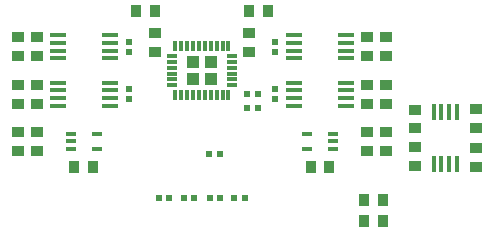
<source format=gtp>
G04 #@! TF.GenerationSoftware,KiCad,Pcbnew,no-vcs-found-e79f978~58~ubuntu14.04.1*
G04 #@! TF.CreationDate,2017-05-18T21:28:03+01:00*
G04 #@! TF.ProjectId,bikedar,62696B656461722E6B696361645F7063,rev?*
G04 #@! TF.FileFunction,Paste,Top*
G04 #@! TF.FilePolarity,Positive*
%FSLAX46Y46*%
G04 Gerber Fmt 4.6, Leading zero omitted, Abs format (unit mm)*
G04 Created by KiCad (PCBNEW no-vcs-found-e79f978~58~ubuntu14.04.1) date Thu May 18 21:28:03 2017*
%MOMM*%
%LPD*%
G01*
G04 APERTURE LIST*
%ADD10C,0.100000*%
%ADD11R,1.000000X0.950000*%
%ADD12R,0.950000X1.000000*%
%ADD13R,0.620000X0.620000*%
%ADD14R,0.950000X0.400000*%
%ADD15R,1.450000X0.450000*%
%ADD16R,0.450000X1.450000*%
%ADD17R,0.300000X0.850000*%
%ADD18R,0.850000X0.300000*%
%ADD19R,1.002000X1.002000*%
G04 APERTURE END LIST*
D10*
D11*
X59400000Y-84000000D03*
X59400000Y-85600000D03*
X90600000Y-84000000D03*
X90600000Y-85600000D03*
X98200000Y-90950000D03*
X98200000Y-89350000D03*
X98200000Y-86050000D03*
X98200000Y-87650000D03*
D12*
X79000000Y-77750000D03*
X80600000Y-77750000D03*
D13*
X79750000Y-86000000D03*
X78850000Y-86000000D03*
X68800000Y-84350000D03*
X68800000Y-85250000D03*
X81200000Y-80350000D03*
X81200000Y-81250000D03*
X81200000Y-85250000D03*
X81200000Y-84350000D03*
X68800000Y-80350000D03*
X68800000Y-81250000D03*
X72250000Y-93600000D03*
X71350000Y-93600000D03*
X77750000Y-93600000D03*
X78650000Y-93600000D03*
X76550000Y-93600000D03*
X75650000Y-93600000D03*
X74350000Y-93600000D03*
X73450000Y-93600000D03*
X75600000Y-89900000D03*
X76500000Y-89900000D03*
D11*
X93000000Y-86100000D03*
X93000000Y-87700000D03*
X79000000Y-79600000D03*
X79000000Y-81200000D03*
X61000000Y-88000000D03*
X61000000Y-89600000D03*
X59400000Y-88000000D03*
X59400000Y-89600000D03*
D12*
X65800000Y-91000000D03*
X64200000Y-91000000D03*
D14*
X63900000Y-88150000D03*
X63900000Y-88800000D03*
X63900000Y-89450000D03*
X66100000Y-89450000D03*
X66100000Y-88150000D03*
D11*
X90600000Y-80000000D03*
X90600000Y-81600000D03*
D12*
X90300000Y-93800000D03*
X88700000Y-93800000D03*
D13*
X79750000Y-84800000D03*
X78850000Y-84800000D03*
D11*
X90600000Y-88000000D03*
X90600000Y-89600000D03*
X89000000Y-88000000D03*
X89000000Y-89600000D03*
D12*
X88700000Y-95500000D03*
X90300000Y-95500000D03*
X84200000Y-91000000D03*
X85800000Y-91000000D03*
D11*
X61000000Y-80000000D03*
X61000000Y-81600000D03*
X93000000Y-90900000D03*
X93000000Y-89300000D03*
X59400000Y-81600000D03*
X59400000Y-80000000D03*
X71000000Y-81200000D03*
X71000000Y-79600000D03*
D12*
X71000000Y-77750000D03*
X69400000Y-77750000D03*
D11*
X89000000Y-85600000D03*
X89000000Y-84000000D03*
X89000000Y-80000000D03*
X89000000Y-81600000D03*
X61000000Y-85600000D03*
X61000000Y-84000000D03*
D15*
X67200000Y-81775000D03*
X67200000Y-81125000D03*
X67200000Y-80475000D03*
X67200000Y-79825000D03*
X62800000Y-79825000D03*
X62800000Y-80475000D03*
X62800000Y-81125000D03*
X62800000Y-81775000D03*
X62800000Y-85775000D03*
X62800000Y-85125000D03*
X62800000Y-84475000D03*
X62800000Y-83825000D03*
X67200000Y-83825000D03*
X67200000Y-84475000D03*
X67200000Y-85125000D03*
X67200000Y-85775000D03*
X82800000Y-79825000D03*
X82800000Y-80475000D03*
X82800000Y-81125000D03*
X82800000Y-81775000D03*
X87200000Y-81775000D03*
X87200000Y-81125000D03*
X87200000Y-80475000D03*
X87200000Y-79825000D03*
X87200000Y-83825000D03*
X87200000Y-84475000D03*
X87200000Y-85125000D03*
X87200000Y-85775000D03*
X82800000Y-85775000D03*
X82800000Y-85125000D03*
X82800000Y-84475000D03*
X82800000Y-83825000D03*
D16*
X96575000Y-86300000D03*
X95925000Y-86300000D03*
X95275000Y-86300000D03*
X94625000Y-86300000D03*
X94625000Y-90700000D03*
X95275000Y-90700000D03*
X95925000Y-90700000D03*
X96575000Y-90700000D03*
D17*
X77250000Y-80725000D03*
X76750000Y-80725000D03*
X76250000Y-80725000D03*
X75750000Y-80725000D03*
X75250000Y-80725000D03*
X74750000Y-80725000D03*
X74250000Y-80725000D03*
X73750000Y-80725000D03*
X73250000Y-80725000D03*
X72750000Y-80725000D03*
D18*
X72425000Y-81550000D03*
X72425000Y-82050000D03*
X72425000Y-82550000D03*
X72425000Y-83050000D03*
X72425000Y-83550000D03*
X72425000Y-84050000D03*
D17*
X72750000Y-84875000D03*
X73250000Y-84875000D03*
X73750000Y-84875000D03*
X74250000Y-84875000D03*
X74750000Y-84875000D03*
X75250000Y-84875000D03*
X75750000Y-84875000D03*
X76250000Y-84875000D03*
X76750000Y-84875000D03*
X77250000Y-84875000D03*
D18*
X77575000Y-84050000D03*
X77575000Y-83550000D03*
X77575000Y-83050000D03*
X77575000Y-82550000D03*
X77575000Y-82050000D03*
X77575000Y-81550000D03*
D19*
X75750000Y-82050000D03*
X74250000Y-82050000D03*
X75750000Y-83550000D03*
X74250000Y-83550000D03*
D14*
X86100000Y-89450000D03*
X86100000Y-88800000D03*
X86100000Y-88150000D03*
X83900000Y-88150000D03*
X83900000Y-89450000D03*
M02*

</source>
